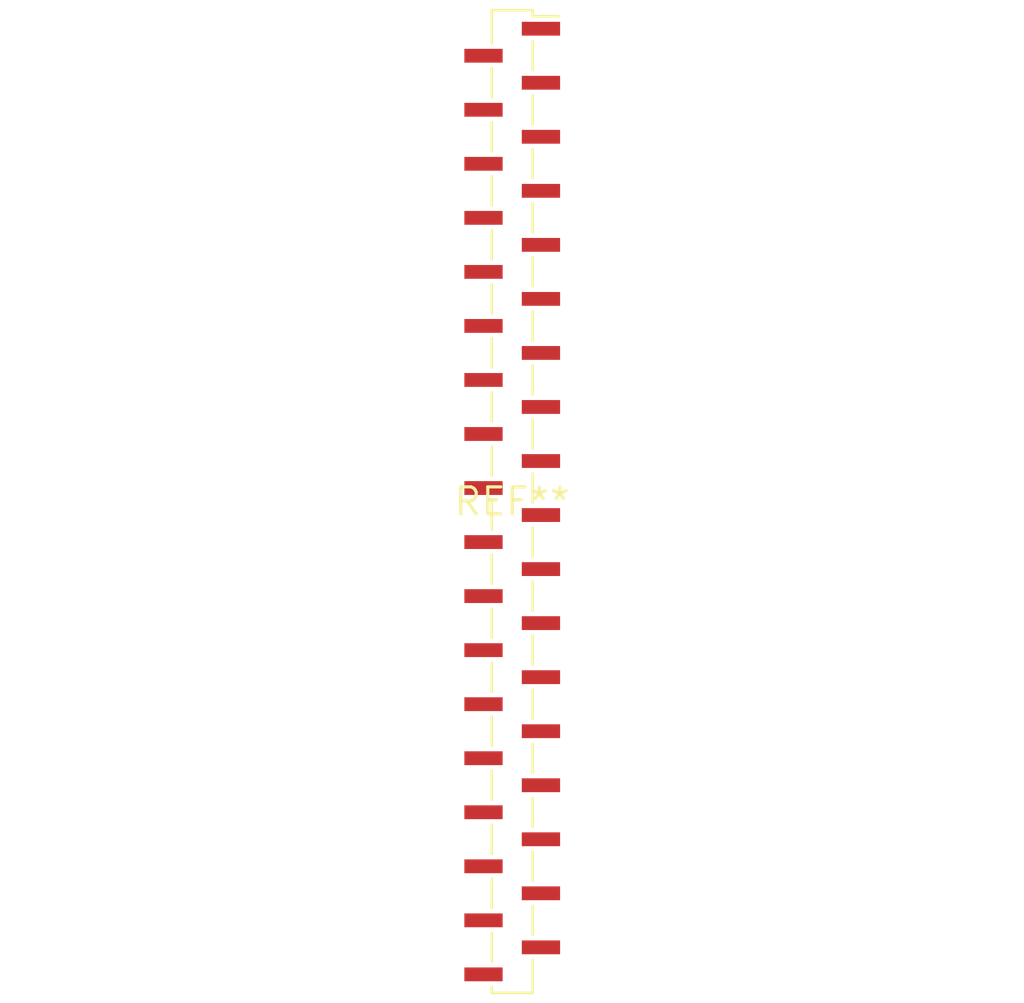
<source format=kicad_pcb>
(kicad_pcb (version 20240108) (generator pcbnew)
  (layers (0 "F.Cu" signal) (31 "B.Cu" signal) (34 "B.Paste" user) (35 "F.Paste" user) (36 "B.SilkS" user "B.Silkscreen") (37 "F.SilkS" user "F.Silkscreen") (38 "B.Mask" user) (39 "F.Mask" user) (44 "Edge.Cuts" user))
  (net 0 "")
  (footprint "PinSocket_1x36_P1.27mm_Vertical_SMD_Pin1Right" (layer "F.Cu") (at 0 0)
    (property "Reference" "REF**")
    (property "Value" "PinSocket_1x36_P1.27mm_Vertical_SMD_Pin1Right")
    (fp_line (start -0.96 -23.095) (end -0.96 -21.54) (layer "F.SilkS") (stroke (width 0.12)))
    (fp_line (start -0.96 -23.095) (end 0.96 -23.095) (layer "F.SilkS") (stroke (width 0.12)))
    (fp_line (start -0.96 -20.37) (end -0.96 -19) (layer "F.SilkS") (stroke (width 0.12)))
    (fp_line (start -0.96 -17.83) (end -0.96 -16.46) (layer "F.SilkS") (stroke (width 0.12)))
    (fp_line (start -0.96 -15.29) (end -0.96 -13.92) (layer "F.SilkS") (stroke (width 0.12)))
    (fp_line (start -0.96 -12.75) (end -0.96 -11.38) (layer "F.SilkS") (stroke (width 0.12)))
    (fp_line (start -0.96 -10.21) (end -0.96 -8.84) (layer "F.SilkS") (stroke (width 0.12)))
    (fp_line (start -0.96 -7.67) (end -0.96 -6.3) (layer "F.SilkS") (stroke (width 0.12)))
    (fp_line (start -0.96 -5.13) (end -0.96 -3.76) (layer "F.SilkS") (stroke (width 0.12)))
    (fp_line (start -0.96 -2.59) (end -0.96 -1.22) (layer "F.SilkS") (stroke (width 0.12)))
    (fp_line (start -0.96 -0.05) (end -0.96 1.32) (layer "F.SilkS") (stroke (width 0.12)))
    (fp_line (start -0.96 2.49) (end -0.96 3.86) (layer "F.SilkS") (stroke (width 0.12)))
    (fp_line (start -0.96 5.03) (end -0.96 6.4) (layer "F.SilkS") (stroke (width 0.12)))
    (fp_line (start -0.96 7.57) (end -0.96 8.94) (layer "F.SilkS") (stroke (width 0.12)))
    (fp_line (start -0.96 10.11) (end -0.96 11.48) (layer "F.SilkS") (stroke (width 0.12)))
    (fp_line (start -0.96 12.65) (end -0.96 14.02) (layer "F.SilkS") (stroke (width 0.12)))
    (fp_line (start -0.96 15.19) (end -0.96 16.56) (layer "F.SilkS") (stroke (width 0.12)))
    (fp_line (start -0.96 17.73) (end -0.96 19.1) (layer "F.SilkS") (stroke (width 0.12)))
    (fp_line (start -0.96 20.27) (end -0.96 21.64) (layer "F.SilkS") (stroke (width 0.12)))
    (fp_line (start -0.96 22.81) (end -0.96 23.095) (layer "F.SilkS") (stroke (width 0.12)))
    (fp_line (start -0.96 23.095) (end 0.96 23.095) (layer "F.SilkS") (stroke (width 0.12)))
    (fp_line (start 0.96 -23.095) (end 0.96 -22.81) (layer "F.SilkS") (stroke (width 0.12)))
    (fp_line (start 0.96 -22.81) (end 2.19 -22.81) (layer "F.SilkS") (stroke (width 0.12)))
    (fp_line (start 0.96 -21.64) (end 0.96 -20.27) (layer "F.SilkS") (stroke (width 0.12)))
    (fp_line (start 0.96 -19.1) (end 0.96 -17.73) (layer "F.SilkS") (stroke (width 0.12)))
    (fp_line (start 0.96 -16.56) (end 0.96 -15.19) (layer "F.SilkS") (stroke (width 0.12)))
    (fp_line (start 0.96 -14.02) (end 0.96 -12.65) (layer "F.SilkS") (stroke (width 0.12)))
    (fp_line (start 0.96 -11.48) (end 0.96 -10.11) (layer "F.SilkS") (stroke (width 0.12)))
    (fp_line (start 0.96 -8.94) (end 0.96 -7.57) (layer "F.SilkS") (stroke (width 0.12)))
    (fp_line (start 0.96 -6.4) (end 0.96 -5.03) (layer "F.SilkS") (stroke (width 0.12)))
    (fp_line (start 0.96 -3.86) (end 0.96 -2.49) (layer "F.SilkS") (stroke (width 0.12)))
    (fp_line (start 0.96 -1.32) (end 0.96 0.05) (layer "F.SilkS") (stroke (width 0.12)))
    (fp_line (start 0.96 1.22) (end 0.96 2.59) (layer "F.SilkS") (stroke (width 0.12)))
    (fp_line (start 0.96 3.76) (end 0.96 5.13) (layer "F.SilkS") (stroke (width 0.12)))
    (fp_line (start 0.96 6.3) (end 0.96 7.67) (layer "F.SilkS") (stroke (width 0.12)))
    (fp_line (start 0.96 8.84) (end 0.96 10.21) (layer "F.SilkS") (stroke (width 0.12)))
    (fp_line (start 0.96 11.38) (end 0.96 12.75) (layer "F.SilkS") (stroke (width 0.12)))
    (fp_line (start 0.96 13.92) (end 0.96 15.29) (layer "F.SilkS") (stroke (width 0.12)))
    (fp_line (start 0.96 16.46) (end 0.96 17.83) (layer "F.SilkS") (stroke (width 0.12)))
    (fp_line (start 0.96 19) (end 0.96 20.37) (layer "F.SilkS") (stroke (width 0.12)))
    (fp_line (start 0.96 21.54) (end 0.96 23.095) (layer "F.SilkS") (stroke (width 0.12)))
    (pad "1" smd rect (at 1.35 -22.225) (size 1.8 0.65) (layers "F.Cu" "F.Paste" "F.Mask"))
    (pad "2" smd rect (at -1.35 -20.955) (size 1.8 0.65) (layers "F.Cu" "F.Paste" "F.Mask"))
    (pad "3" smd rect (at 1.35 -19.685) (size 1.8 0.65) (layers "F.Cu" "F.Paste" "F.Mask"))
    (pad "4" smd rect (at -1.35 -18.415) (size 1.8 0.65) (layers "F.Cu" "F.Paste" "F.Mask"))
    (pad "5" smd rect (at 1.35 -17.145) (size 1.8 0.65) (layers "F.Cu" "F.Paste" "F.Mask"))
    (pad "6" smd rect (at -1.35 -15.875) (size 1.8 0.65) (layers "F.Cu" "F.Paste" "F.Mask"))
    (pad "7" smd rect (at 1.35 -14.605) (size 1.8 0.65) (layers "F.Cu" "F.Paste" "F.Mask"))
    (pad "8" smd rect (at -1.35 -13.335) (size 1.8 0.65) (layers "F.Cu" "F.Paste" "F.Mask"))
    (pad "9" smd rect (at 1.35 -12.065) (size 1.8 0.65) (layers "F.Cu" "F.Paste" "F.Mask"))
    (pad "10" smd rect (at -1.35 -10.795) (size 1.8 0.65) (layers "F.Cu" "F.Paste" "F.Mask"))
    (pad "11" smd rect (at 1.35 -9.525) (size 1.8 0.65) (layers "F.Cu" "F.Paste" "F.Mask"))
    (pad "12" smd rect (at -1.35 -8.255) (size 1.8 0.65) (layers "F.Cu" "F.Paste" "F.Mask"))
    (pad "13" smd rect (at 1.35 -6.985) (size 1.8 0.65) (layers "F.Cu" "F.Paste" "F.Mask"))
    (pad "14" smd rect (at -1.35 -5.715) (size 1.8 0.65) (layers "F.Cu" "F.Paste" "F.Mask"))
    (pad "15" smd rect (at 1.35 -4.445) (size 1.8 0.65) (layers "F.Cu" "F.Paste" "F.Mask"))
    (pad "16" smd rect (at -1.35 -3.175) (size 1.8 0.65) (layers "F.Cu" "F.Paste" "F.Mask"))
    (pad "17" smd rect (at 1.35 -1.905) (size 1.8 0.65) (layers "F.Cu" "F.Paste" "F.Mask"))
    (pad "18" smd rect (at -1.35 -0.635) (size 1.8 0.65) (layers "F.Cu" "F.Paste" "F.Mask"))
    (pad "19" smd rect (at 1.35 0.635) (size 1.8 0.65) (layers "F.Cu" "F.Paste" "F.Mask"))
    (pad "20" smd rect (at -1.35 1.905) (size 1.8 0.65) (layers "F.Cu" "F.Paste" "F.Mask"))
    (pad "21" smd rect (at 1.35 3.175) (size 1.8 0.65) (layers "F.Cu" "F.Paste" "F.Mask"))
    (pad "22" smd rect (at -1.35 4.445) (size 1.8 0.65) (layers "F.Cu" "F.Paste" "F.Mask"))
    (pad "23" smd rect (at 1.35 5.715) (size 1.8 0.65) (layers "F.Cu" "F.Paste" "F.Mask"))
    (pad "24" smd rect (at -1.35 6.985) (size 1.8 0.65) (layers "F.Cu" "F.Paste" "F.Mask"))
    (pad "25" smd rect (at 1.35 8.255) (size 1.8 0.65) (layers "F.Cu" "F.Paste" "F.Mask"))
    (pad "26" smd rect (at -1.35 9.525) (size 1.8 0.65) (layers "F.Cu" "F.Paste" "F.Mask"))
    (pad "27" smd rect (at 1.35 10.795) (size 1.8 0.65) (layers "F.Cu" "F.Paste" "F.Mask"))
    (pad "28" smd rect (at -1.35 12.065) (size 1.8 0.65) (layers "F.Cu" "F.Paste" "F.Mask"))
    (pad "29" smd rect (at 1.35 13.335) (size 1.8 0.65) (layers "F.Cu" "F.Paste" "F.Mask"))
    (pad "30" smd rect (at -1.35 14.605) (size 1.8 0.65) (layers "F.Cu" "F.Paste" "F.Mask"))
    (pad "31" smd rect (at 1.35 15.875) (size 1.8 0.65) (layers "F.Cu" "F.Paste" "F.Mask"))
    (pad "32" smd rect (at -1.35 17.145) (size 1.8 0.65) (layers "F.Cu" "F.Paste" "F.Mask"))
    (pad "33" smd rect (at 1.35 18.415) (size 1.8 0.65) (layers "F.Cu" "F.Paste" "F.Mask"))
    (pad "34" smd rect (at -1.35 19.685) (size 1.8 0.65) (layers "F.Cu" "F.Paste" "F.Mask"))
    (pad "35" smd rect (at 1.35 20.955) (size 1.8 0.65) (layers "F.Cu" "F.Paste" "F.Mask"))
    (pad "36" smd rect (at -1.35 22.225) (size 1.8 0.65) (layers "F.Cu" "F.Paste" "F.Mask"))
  )
)
</source>
